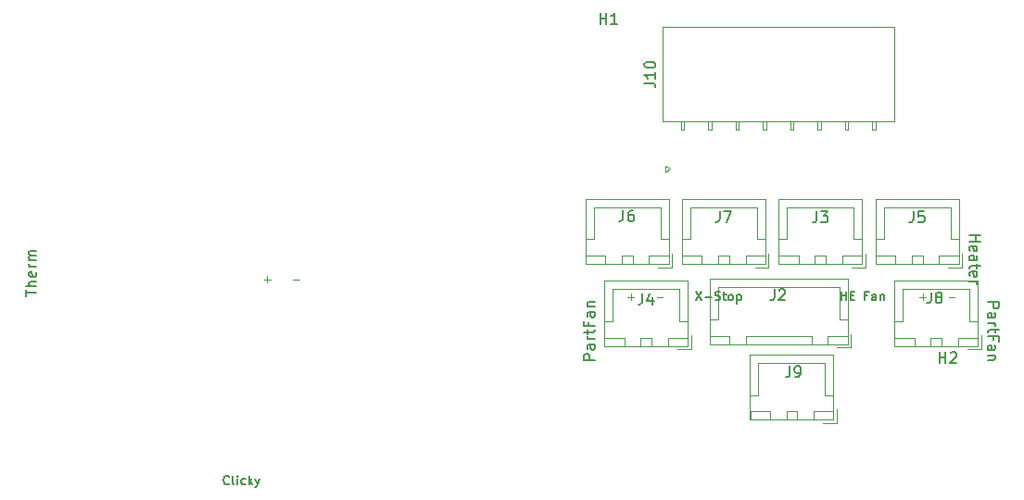
<source format=gto>
G04 #@! TF.GenerationSoftware,KiCad,Pcbnew,(5.1.12)-1*
G04 #@! TF.CreationDate,2021-12-28T23:10:20+01:00*
G04 #@! TF.ProjectId,Toolhead_PCB,546f6f6c-6865-4616-945f-5043422e6b69,rev?*
G04 #@! TF.SameCoordinates,Original*
G04 #@! TF.FileFunction,Legend,Top*
G04 #@! TF.FilePolarity,Positive*
%FSLAX46Y46*%
G04 Gerber Fmt 4.6, Leading zero omitted, Abs format (unit mm)*
G04 Created by KiCad (PCBNEW (5.1.12)-1) date 2021-12-28 23:10:20*
%MOMM*%
%LPD*%
G01*
G04 APERTURE LIST*
%ADD10C,0.150000*%
%ADD11C,0.100000*%
%ADD12C,0.200000*%
%ADD13C,0.120000*%
%ADD14C,1.802000*%
%ADD15C,3.302000*%
%ADD16O,1.802000X2.102000*%
%ADD17O,1.802000X2.052000*%
G04 APERTURE END LIST*
D10*
X99626190Y-114285714D02*
X99588095Y-114323809D01*
X99473809Y-114361904D01*
X99397619Y-114361904D01*
X99283333Y-114323809D01*
X99207142Y-114247619D01*
X99169047Y-114171428D01*
X99130952Y-114019047D01*
X99130952Y-113904761D01*
X99169047Y-113752380D01*
X99207142Y-113676190D01*
X99283333Y-113600000D01*
X99397619Y-113561904D01*
X99473809Y-113561904D01*
X99588095Y-113600000D01*
X99626190Y-113638095D01*
X100083333Y-114361904D02*
X100007142Y-114323809D01*
X99969047Y-114247619D01*
X99969047Y-113561904D01*
X100388095Y-114361904D02*
X100388095Y-113828571D01*
X100388095Y-113561904D02*
X100350000Y-113600000D01*
X100388095Y-113638095D01*
X100426190Y-113600000D01*
X100388095Y-113561904D01*
X100388095Y-113638095D01*
X101111904Y-114323809D02*
X101035714Y-114361904D01*
X100883333Y-114361904D01*
X100807142Y-114323809D01*
X100769047Y-114285714D01*
X100730952Y-114209523D01*
X100730952Y-113980952D01*
X100769047Y-113904761D01*
X100807142Y-113866666D01*
X100883333Y-113828571D01*
X101035714Y-113828571D01*
X101111904Y-113866666D01*
X101454761Y-114361904D02*
X101454761Y-113561904D01*
X101530952Y-114057142D02*
X101759523Y-114361904D01*
X101759523Y-113828571D02*
X101454761Y-114133333D01*
X102026190Y-113828571D02*
X102216666Y-114361904D01*
X102407142Y-113828571D02*
X102216666Y-114361904D01*
X102140476Y-114552380D01*
X102102380Y-114590476D01*
X102026190Y-114628571D01*
D11*
X102837857Y-95608571D02*
X103409285Y-95608571D01*
X103123571Y-95894285D02*
X103123571Y-95322857D01*
X105480714Y-95608571D02*
X106052142Y-95608571D01*
D10*
X167297619Y-91559523D02*
X168297619Y-91559523D01*
X167821428Y-91559523D02*
X167821428Y-92130952D01*
X167297619Y-92130952D02*
X168297619Y-92130952D01*
X167345238Y-92988095D02*
X167297619Y-92892857D01*
X167297619Y-92702380D01*
X167345238Y-92607142D01*
X167440476Y-92559523D01*
X167821428Y-92559523D01*
X167916666Y-92607142D01*
X167964285Y-92702380D01*
X167964285Y-92892857D01*
X167916666Y-92988095D01*
X167821428Y-93035714D01*
X167726190Y-93035714D01*
X167630952Y-92559523D01*
X167297619Y-93892857D02*
X167821428Y-93892857D01*
X167916666Y-93845238D01*
X167964285Y-93750000D01*
X167964285Y-93559523D01*
X167916666Y-93464285D01*
X167345238Y-93892857D02*
X167297619Y-93797619D01*
X167297619Y-93559523D01*
X167345238Y-93464285D01*
X167440476Y-93416666D01*
X167535714Y-93416666D01*
X167630952Y-93464285D01*
X167678571Y-93559523D01*
X167678571Y-93797619D01*
X167726190Y-93892857D01*
X167964285Y-94226190D02*
X167964285Y-94607142D01*
X168297619Y-94369047D02*
X167440476Y-94369047D01*
X167345238Y-94416666D01*
X167297619Y-94511904D01*
X167297619Y-94607142D01*
X167345238Y-95321428D02*
X167297619Y-95226190D01*
X167297619Y-95035714D01*
X167345238Y-94940476D01*
X167440476Y-94892857D01*
X167821428Y-94892857D01*
X167916666Y-94940476D01*
X167964285Y-95035714D01*
X167964285Y-95226190D01*
X167916666Y-95321428D01*
X167821428Y-95369047D01*
X167726190Y-95369047D01*
X167630952Y-94892857D01*
X167297619Y-95797619D02*
X167964285Y-95797619D01*
X167773809Y-95797619D02*
X167869047Y-95845238D01*
X167916666Y-95892857D01*
X167964285Y-95988095D01*
X167964285Y-96083333D01*
D11*
X162727857Y-97228571D02*
X163299285Y-97228571D01*
X163013571Y-97514285D02*
X163013571Y-96942857D01*
X165370714Y-97228571D02*
X165942142Y-97228571D01*
D12*
X168962619Y-97707142D02*
X169962619Y-97707142D01*
X169962619Y-98088095D01*
X169915000Y-98183333D01*
X169867380Y-98230952D01*
X169772142Y-98278571D01*
X169629285Y-98278571D01*
X169534047Y-98230952D01*
X169486428Y-98183333D01*
X169438809Y-98088095D01*
X169438809Y-97707142D01*
X168962619Y-99135714D02*
X169486428Y-99135714D01*
X169581666Y-99088095D01*
X169629285Y-98992857D01*
X169629285Y-98802380D01*
X169581666Y-98707142D01*
X169010238Y-99135714D02*
X168962619Y-99040476D01*
X168962619Y-98802380D01*
X169010238Y-98707142D01*
X169105476Y-98659523D01*
X169200714Y-98659523D01*
X169295952Y-98707142D01*
X169343571Y-98802380D01*
X169343571Y-99040476D01*
X169391190Y-99135714D01*
X168962619Y-99611904D02*
X169629285Y-99611904D01*
X169438809Y-99611904D02*
X169534047Y-99659523D01*
X169581666Y-99707142D01*
X169629285Y-99802380D01*
X169629285Y-99897619D01*
X169629285Y-100088095D02*
X169629285Y-100469047D01*
X169962619Y-100230952D02*
X169105476Y-100230952D01*
X169010238Y-100278571D01*
X168962619Y-100373809D01*
X168962619Y-100469047D01*
X169486428Y-101135714D02*
X169486428Y-100802380D01*
X168962619Y-100802380D02*
X169962619Y-100802380D01*
X169962619Y-101278571D01*
X168962619Y-102088095D02*
X169486428Y-102088095D01*
X169581666Y-102040476D01*
X169629285Y-101945238D01*
X169629285Y-101754761D01*
X169581666Y-101659523D01*
X169010238Y-102088095D02*
X168962619Y-101992857D01*
X168962619Y-101754761D01*
X169010238Y-101659523D01*
X169105476Y-101611904D01*
X169200714Y-101611904D01*
X169295952Y-101659523D01*
X169343571Y-101754761D01*
X169343571Y-101992857D01*
X169391190Y-102088095D01*
X169629285Y-102564285D02*
X168962619Y-102564285D01*
X169534047Y-102564285D02*
X169581666Y-102611904D01*
X169629285Y-102707142D01*
X169629285Y-102850000D01*
X169581666Y-102945238D01*
X169486428Y-102992857D01*
X168962619Y-102992857D01*
D10*
X155559345Y-97536904D02*
X155559345Y-96736904D01*
X155559345Y-97117857D02*
X156016488Y-97117857D01*
X156016488Y-97536904D02*
X156016488Y-96736904D01*
X156397440Y-97117857D02*
X156664107Y-97117857D01*
X156778392Y-97536904D02*
X156397440Y-97536904D01*
X156397440Y-96736904D01*
X156778392Y-96736904D01*
X157997440Y-97117857D02*
X157730773Y-97117857D01*
X157730773Y-97536904D02*
X157730773Y-96736904D01*
X158111726Y-96736904D01*
X158759345Y-97536904D02*
X158759345Y-97117857D01*
X158721250Y-97041666D01*
X158645059Y-97003571D01*
X158492678Y-97003571D01*
X158416488Y-97041666D01*
X158759345Y-97498809D02*
X158683154Y-97536904D01*
X158492678Y-97536904D01*
X158416488Y-97498809D01*
X158378392Y-97422619D01*
X158378392Y-97346428D01*
X158416488Y-97270238D01*
X158492678Y-97232142D01*
X158683154Y-97232142D01*
X158759345Y-97194047D01*
X159140297Y-97003571D02*
X159140297Y-97536904D01*
X159140297Y-97079761D02*
X159178392Y-97041666D01*
X159254583Y-97003571D01*
X159368869Y-97003571D01*
X159445059Y-97041666D01*
X159483154Y-97117857D01*
X159483154Y-97536904D01*
D11*
X136057857Y-97228571D02*
X136629285Y-97228571D01*
X136343571Y-97514285D02*
X136343571Y-96942857D01*
X138700714Y-97228571D02*
X139272142Y-97228571D01*
D12*
X133037380Y-102992857D02*
X132037380Y-102992857D01*
X132037380Y-102611904D01*
X132085000Y-102516666D01*
X132132619Y-102469047D01*
X132227857Y-102421428D01*
X132370714Y-102421428D01*
X132465952Y-102469047D01*
X132513571Y-102516666D01*
X132561190Y-102611904D01*
X132561190Y-102992857D01*
X133037380Y-101564285D02*
X132513571Y-101564285D01*
X132418333Y-101611904D01*
X132370714Y-101707142D01*
X132370714Y-101897619D01*
X132418333Y-101992857D01*
X132989761Y-101564285D02*
X133037380Y-101659523D01*
X133037380Y-101897619D01*
X132989761Y-101992857D01*
X132894523Y-102040476D01*
X132799285Y-102040476D01*
X132704047Y-101992857D01*
X132656428Y-101897619D01*
X132656428Y-101659523D01*
X132608809Y-101564285D01*
X133037380Y-101088095D02*
X132370714Y-101088095D01*
X132561190Y-101088095D02*
X132465952Y-101040476D01*
X132418333Y-100992857D01*
X132370714Y-100897619D01*
X132370714Y-100802380D01*
X132370714Y-100611904D02*
X132370714Y-100230952D01*
X132037380Y-100469047D02*
X132894523Y-100469047D01*
X132989761Y-100421428D01*
X133037380Y-100326190D01*
X133037380Y-100230952D01*
X132513571Y-99564285D02*
X132513571Y-99897619D01*
X133037380Y-99897619D02*
X132037380Y-99897619D01*
X132037380Y-99421428D01*
X133037380Y-98611904D02*
X132513571Y-98611904D01*
X132418333Y-98659523D01*
X132370714Y-98754761D01*
X132370714Y-98945238D01*
X132418333Y-99040476D01*
X132989761Y-98611904D02*
X133037380Y-98707142D01*
X133037380Y-98945238D01*
X132989761Y-99040476D01*
X132894523Y-99088095D01*
X132799285Y-99088095D01*
X132704047Y-99040476D01*
X132656428Y-98945238D01*
X132656428Y-98707142D01*
X132608809Y-98611904D01*
X132370714Y-98135714D02*
X133037380Y-98135714D01*
X132465952Y-98135714D02*
X132418333Y-98088095D01*
X132370714Y-97992857D01*
X132370714Y-97850000D01*
X132418333Y-97754761D01*
X132513571Y-97707142D01*
X133037380Y-97707142D01*
D10*
X142268511Y-96736904D02*
X142801845Y-97536904D01*
X142801845Y-96736904D02*
X142268511Y-97536904D01*
X143106607Y-97232142D02*
X143716130Y-97232142D01*
X144058988Y-97498809D02*
X144173273Y-97536904D01*
X144363750Y-97536904D01*
X144439940Y-97498809D01*
X144478035Y-97460714D01*
X144516130Y-97384523D01*
X144516130Y-97308333D01*
X144478035Y-97232142D01*
X144439940Y-97194047D01*
X144363750Y-97155952D01*
X144211369Y-97117857D01*
X144135178Y-97079761D01*
X144097083Y-97041666D01*
X144058988Y-96965476D01*
X144058988Y-96889285D01*
X144097083Y-96813095D01*
X144135178Y-96775000D01*
X144211369Y-96736904D01*
X144401845Y-96736904D01*
X144516130Y-96775000D01*
X144744702Y-97003571D02*
X145049464Y-97003571D01*
X144858988Y-96736904D02*
X144858988Y-97422619D01*
X144897083Y-97498809D01*
X144973273Y-97536904D01*
X145049464Y-97536904D01*
X145430416Y-97536904D02*
X145354226Y-97498809D01*
X145316130Y-97460714D01*
X145278035Y-97384523D01*
X145278035Y-97155952D01*
X145316130Y-97079761D01*
X145354226Y-97041666D01*
X145430416Y-97003571D01*
X145544702Y-97003571D01*
X145620892Y-97041666D01*
X145658988Y-97079761D01*
X145697083Y-97155952D01*
X145697083Y-97384523D01*
X145658988Y-97460714D01*
X145620892Y-97498809D01*
X145544702Y-97536904D01*
X145430416Y-97536904D01*
X146039940Y-97003571D02*
X146039940Y-97803571D01*
X146039940Y-97041666D02*
X146116130Y-97003571D01*
X146268511Y-97003571D01*
X146344702Y-97041666D01*
X146382797Y-97079761D01*
X146420892Y-97155952D01*
X146420892Y-97384523D01*
X146382797Y-97460714D01*
X146344702Y-97498809D01*
X146268511Y-97536904D01*
X146116130Y-97536904D01*
X146039940Y-97498809D01*
D12*
X81037380Y-97142857D02*
X81037380Y-96571428D01*
X82037380Y-96857142D02*
X81037380Y-96857142D01*
X82037380Y-96238095D02*
X81037380Y-96238095D01*
X82037380Y-95809523D02*
X81513571Y-95809523D01*
X81418333Y-95857142D01*
X81370714Y-95952380D01*
X81370714Y-96095238D01*
X81418333Y-96190476D01*
X81465952Y-96238095D01*
X81989761Y-94952380D02*
X82037380Y-95047619D01*
X82037380Y-95238095D01*
X81989761Y-95333333D01*
X81894523Y-95380952D01*
X81513571Y-95380952D01*
X81418333Y-95333333D01*
X81370714Y-95238095D01*
X81370714Y-95047619D01*
X81418333Y-94952380D01*
X81513571Y-94904761D01*
X81608809Y-94904761D01*
X81704047Y-95380952D01*
X82037380Y-94476190D02*
X81370714Y-94476190D01*
X81561190Y-94476190D02*
X81465952Y-94428571D01*
X81418333Y-94380952D01*
X81370714Y-94285714D01*
X81370714Y-94190476D01*
X82037380Y-93857142D02*
X81370714Y-93857142D01*
X81465952Y-93857142D02*
X81418333Y-93809523D01*
X81370714Y-93714285D01*
X81370714Y-93571428D01*
X81418333Y-93476190D01*
X81513571Y-93428571D01*
X82037380Y-93428571D01*
X81513571Y-93428571D02*
X81418333Y-93380952D01*
X81370714Y-93285714D01*
X81370714Y-93142857D01*
X81418333Y-93047619D01*
X81513571Y-93000000D01*
X82037380Y-93000000D01*
D13*
X139515956Y-85800219D02*
X139940220Y-85500219D01*
X139515956Y-85200219D02*
X139515956Y-85800219D01*
X139940220Y-85500219D02*
X139515956Y-85200219D01*
X158700220Y-81890219D02*
X158700220Y-81190219D01*
X158400220Y-81890219D02*
X158700220Y-81890219D01*
X158400220Y-81190219D02*
X158400220Y-81890219D01*
X158700220Y-81190219D02*
X158400220Y-81190219D01*
X156200220Y-81890219D02*
X156200220Y-81190219D01*
X155900220Y-81890219D02*
X156200220Y-81890219D01*
X155900220Y-81190219D02*
X155900220Y-81890219D01*
X156200220Y-81190219D02*
X155900220Y-81190219D01*
X153700220Y-81890219D02*
X153700220Y-81190219D01*
X153400220Y-81890219D02*
X153700220Y-81890219D01*
X153400220Y-81190219D02*
X153400220Y-81890219D01*
X153700220Y-81190219D02*
X153400220Y-81190219D01*
X151200220Y-81890219D02*
X151200220Y-81190219D01*
X150900220Y-81890219D02*
X151200220Y-81890219D01*
X150900220Y-81190219D02*
X150900220Y-81890219D01*
X151200220Y-81190219D02*
X150900220Y-81190219D01*
X148700220Y-81890219D02*
X148700220Y-81190219D01*
X148400220Y-81890219D02*
X148700220Y-81890219D01*
X148400220Y-81190219D02*
X148400220Y-81890219D01*
X148700220Y-81190219D02*
X148400220Y-81190219D01*
X146200220Y-81890219D02*
X146200220Y-81190219D01*
X145900220Y-81890219D02*
X146200220Y-81890219D01*
X145900220Y-81190219D02*
X145900220Y-81890219D01*
X146200220Y-81190219D02*
X145900220Y-81190219D01*
X143700220Y-81890219D02*
X143700220Y-81190219D01*
X143400220Y-81890219D02*
X143700220Y-81890219D01*
X143400220Y-81190219D02*
X143400220Y-81890219D01*
X143700220Y-81190219D02*
X143400220Y-81190219D01*
X141200220Y-81890219D02*
X141200220Y-81190219D01*
X140900220Y-81890219D02*
X141200220Y-81890219D01*
X140900220Y-81190219D02*
X140900220Y-81890219D01*
X141200220Y-81190219D02*
X140900220Y-81190219D01*
X139220220Y-72510219D02*
X139220220Y-81190219D01*
X160380220Y-72510219D02*
X139220220Y-72510219D01*
X160380220Y-81190219D02*
X160380220Y-72510219D01*
X139220220Y-81190219D02*
X160380220Y-81190219D01*
X166310000Y-94210000D02*
X166310000Y-88240000D01*
X166310000Y-88240000D02*
X158690000Y-88240000D01*
X158690000Y-88240000D02*
X158690000Y-94210000D01*
X158690000Y-94210000D02*
X166310000Y-94210000D01*
X163000000Y-94200000D02*
X163000000Y-93450000D01*
X163000000Y-93450000D02*
X162000000Y-93450000D01*
X162000000Y-93450000D02*
X162000000Y-94200000D01*
X162000000Y-94200000D02*
X163000000Y-94200000D01*
X166300000Y-94200000D02*
X166300000Y-93450000D01*
X166300000Y-93450000D02*
X164500000Y-93450000D01*
X164500000Y-93450000D02*
X164500000Y-94200000D01*
X164500000Y-94200000D02*
X166300000Y-94200000D01*
X160500000Y-94200000D02*
X160500000Y-93450000D01*
X160500000Y-93450000D02*
X158700000Y-93450000D01*
X158700000Y-93450000D02*
X158700000Y-94200000D01*
X158700000Y-94200000D02*
X160500000Y-94200000D01*
X166300000Y-91950000D02*
X165550000Y-91950000D01*
X165550000Y-91950000D02*
X165550000Y-89000000D01*
X165550000Y-89000000D02*
X162500000Y-89000000D01*
X158700000Y-91950000D02*
X159450000Y-91950000D01*
X159450000Y-91950000D02*
X159450000Y-89000000D01*
X159450000Y-89000000D02*
X162500000Y-89000000D01*
X165350000Y-94500000D02*
X166600000Y-94500000D01*
X166600000Y-94500000D02*
X166600000Y-93250000D01*
X157476666Y-94210000D02*
X157476666Y-88240000D01*
X157476666Y-88240000D02*
X149856666Y-88240000D01*
X149856666Y-88240000D02*
X149856666Y-94210000D01*
X149856666Y-94210000D02*
X157476666Y-94210000D01*
X154166666Y-94200000D02*
X154166666Y-93450000D01*
X154166666Y-93450000D02*
X153166666Y-93450000D01*
X153166666Y-93450000D02*
X153166666Y-94200000D01*
X153166666Y-94200000D02*
X154166666Y-94200000D01*
X157466666Y-94200000D02*
X157466666Y-93450000D01*
X157466666Y-93450000D02*
X155666666Y-93450000D01*
X155666666Y-93450000D02*
X155666666Y-94200000D01*
X155666666Y-94200000D02*
X157466666Y-94200000D01*
X151666666Y-94200000D02*
X151666666Y-93450000D01*
X151666666Y-93450000D02*
X149866666Y-93450000D01*
X149866666Y-93450000D02*
X149866666Y-94200000D01*
X149866666Y-94200000D02*
X151666666Y-94200000D01*
X157466666Y-91950000D02*
X156716666Y-91950000D01*
X156716666Y-91950000D02*
X156716666Y-89000000D01*
X156716666Y-89000000D02*
X153666666Y-89000000D01*
X149866666Y-91950000D02*
X150616666Y-91950000D01*
X150616666Y-91950000D02*
X150616666Y-89000000D01*
X150616666Y-89000000D02*
X153666666Y-89000000D01*
X156516666Y-94500000D02*
X157766666Y-94500000D01*
X157766666Y-94500000D02*
X157766666Y-93250000D01*
X168060000Y-101710000D02*
X168060000Y-95740000D01*
X168060000Y-95740000D02*
X160440000Y-95740000D01*
X160440000Y-95740000D02*
X160440000Y-101710000D01*
X160440000Y-101710000D02*
X168060000Y-101710000D01*
X164750000Y-101700000D02*
X164750000Y-100950000D01*
X164750000Y-100950000D02*
X163750000Y-100950000D01*
X163750000Y-100950000D02*
X163750000Y-101700000D01*
X163750000Y-101700000D02*
X164750000Y-101700000D01*
X168050000Y-101700000D02*
X168050000Y-100950000D01*
X168050000Y-100950000D02*
X166250000Y-100950000D01*
X166250000Y-100950000D02*
X166250000Y-101700000D01*
X166250000Y-101700000D02*
X168050000Y-101700000D01*
X162250000Y-101700000D02*
X162250000Y-100950000D01*
X162250000Y-100950000D02*
X160450000Y-100950000D01*
X160450000Y-100950000D02*
X160450000Y-101700000D01*
X160450000Y-101700000D02*
X162250000Y-101700000D01*
X168050000Y-99450000D02*
X167300000Y-99450000D01*
X167300000Y-99450000D02*
X167300000Y-96500000D01*
X167300000Y-96500000D02*
X164250000Y-96500000D01*
X160450000Y-99450000D02*
X161200000Y-99450000D01*
X161200000Y-99450000D02*
X161200000Y-96500000D01*
X161200000Y-96500000D02*
X164250000Y-96500000D01*
X167100000Y-102000000D02*
X168350000Y-102000000D01*
X168350000Y-102000000D02*
X168350000Y-100750000D01*
X156160000Y-101560000D02*
X156160000Y-95590000D01*
X156160000Y-95590000D02*
X143540000Y-95590000D01*
X143540000Y-95590000D02*
X143540000Y-101560000D01*
X143540000Y-101560000D02*
X156160000Y-101560000D01*
X152850000Y-101550000D02*
X152850000Y-100800000D01*
X152850000Y-100800000D02*
X146850000Y-100800000D01*
X146850000Y-100800000D02*
X146850000Y-101550000D01*
X146850000Y-101550000D02*
X152850000Y-101550000D01*
X156150000Y-101550000D02*
X156150000Y-100800000D01*
X156150000Y-100800000D02*
X154350000Y-100800000D01*
X154350000Y-100800000D02*
X154350000Y-101550000D01*
X154350000Y-101550000D02*
X156150000Y-101550000D01*
X145350000Y-101550000D02*
X145350000Y-100800000D01*
X145350000Y-100800000D02*
X143550000Y-100800000D01*
X143550000Y-100800000D02*
X143550000Y-101550000D01*
X143550000Y-101550000D02*
X145350000Y-101550000D01*
X156150000Y-99300000D02*
X155400000Y-99300000D01*
X155400000Y-99300000D02*
X155400000Y-96350000D01*
X155400000Y-96350000D02*
X149850000Y-96350000D01*
X143550000Y-99300000D02*
X144300000Y-99300000D01*
X144300000Y-99300000D02*
X144300000Y-96350000D01*
X144300000Y-96350000D02*
X149850000Y-96350000D01*
X155200000Y-101850000D02*
X156450000Y-101850000D01*
X156450000Y-101850000D02*
X156450000Y-100600000D01*
X154860220Y-108460219D02*
X154860220Y-102490219D01*
X154860220Y-102490219D02*
X147240220Y-102490219D01*
X147240220Y-102490219D02*
X147240220Y-108460219D01*
X147240220Y-108460219D02*
X154860220Y-108460219D01*
X151550220Y-108450219D02*
X151550220Y-107700219D01*
X151550220Y-107700219D02*
X150550220Y-107700219D01*
X150550220Y-107700219D02*
X150550220Y-108450219D01*
X150550220Y-108450219D02*
X151550220Y-108450219D01*
X154850220Y-108450219D02*
X154850220Y-107700219D01*
X154850220Y-107700219D02*
X153050220Y-107700219D01*
X153050220Y-107700219D02*
X153050220Y-108450219D01*
X153050220Y-108450219D02*
X154850220Y-108450219D01*
X149050220Y-108450219D02*
X149050220Y-107700219D01*
X149050220Y-107700219D02*
X147250220Y-107700219D01*
X147250220Y-107700219D02*
X147250220Y-108450219D01*
X147250220Y-108450219D02*
X149050220Y-108450219D01*
X154850220Y-106200219D02*
X154100220Y-106200219D01*
X154100220Y-106200219D02*
X154100220Y-103250219D01*
X154100220Y-103250219D02*
X151050220Y-103250219D01*
X147250220Y-106200219D02*
X148000220Y-106200219D01*
X148000220Y-106200219D02*
X148000220Y-103250219D01*
X148000220Y-103250219D02*
X151050220Y-103250219D01*
X153900220Y-108750219D02*
X155150220Y-108750219D01*
X155150220Y-108750219D02*
X155150220Y-107500219D01*
X139810000Y-94210000D02*
X139810000Y-88240000D01*
X139810000Y-88240000D02*
X132190000Y-88240000D01*
X132190000Y-88240000D02*
X132190000Y-94210000D01*
X132190000Y-94210000D02*
X139810000Y-94210000D01*
X136500000Y-94200000D02*
X136500000Y-93450000D01*
X136500000Y-93450000D02*
X135500000Y-93450000D01*
X135500000Y-93450000D02*
X135500000Y-94200000D01*
X135500000Y-94200000D02*
X136500000Y-94200000D01*
X139800000Y-94200000D02*
X139800000Y-93450000D01*
X139800000Y-93450000D02*
X138000000Y-93450000D01*
X138000000Y-93450000D02*
X138000000Y-94200000D01*
X138000000Y-94200000D02*
X139800000Y-94200000D01*
X134000000Y-94200000D02*
X134000000Y-93450000D01*
X134000000Y-93450000D02*
X132200000Y-93450000D01*
X132200000Y-93450000D02*
X132200000Y-94200000D01*
X132200000Y-94200000D02*
X134000000Y-94200000D01*
X139800000Y-91950000D02*
X139050000Y-91950000D01*
X139050000Y-91950000D02*
X139050000Y-89000000D01*
X139050000Y-89000000D02*
X136000000Y-89000000D01*
X132200000Y-91950000D02*
X132950000Y-91950000D01*
X132950000Y-91950000D02*
X132950000Y-89000000D01*
X132950000Y-89000000D02*
X136000000Y-89000000D01*
X138850000Y-94500000D02*
X140100000Y-94500000D01*
X140100000Y-94500000D02*
X140100000Y-93250000D01*
X141560000Y-101710000D02*
X141560000Y-95740000D01*
X141560000Y-95740000D02*
X133940000Y-95740000D01*
X133940000Y-95740000D02*
X133940000Y-101710000D01*
X133940000Y-101710000D02*
X141560000Y-101710000D01*
X138250000Y-101700000D02*
X138250000Y-100950000D01*
X138250000Y-100950000D02*
X137250000Y-100950000D01*
X137250000Y-100950000D02*
X137250000Y-101700000D01*
X137250000Y-101700000D02*
X138250000Y-101700000D01*
X141550000Y-101700000D02*
X141550000Y-100950000D01*
X141550000Y-100950000D02*
X139750000Y-100950000D01*
X139750000Y-100950000D02*
X139750000Y-101700000D01*
X139750000Y-101700000D02*
X141550000Y-101700000D01*
X135750000Y-101700000D02*
X135750000Y-100950000D01*
X135750000Y-100950000D02*
X133950000Y-100950000D01*
X133950000Y-100950000D02*
X133950000Y-101700000D01*
X133950000Y-101700000D02*
X135750000Y-101700000D01*
X141550000Y-99450000D02*
X140800000Y-99450000D01*
X140800000Y-99450000D02*
X140800000Y-96500000D01*
X140800000Y-96500000D02*
X137750000Y-96500000D01*
X133950000Y-99450000D02*
X134700000Y-99450000D01*
X134700000Y-99450000D02*
X134700000Y-96500000D01*
X134700000Y-96500000D02*
X137750000Y-96500000D01*
X140600000Y-102000000D02*
X141850000Y-102000000D01*
X141850000Y-102000000D02*
X141850000Y-100750000D01*
X148643333Y-94210000D02*
X148643333Y-88240000D01*
X148643333Y-88240000D02*
X141023333Y-88240000D01*
X141023333Y-88240000D02*
X141023333Y-94210000D01*
X141023333Y-94210000D02*
X148643333Y-94210000D01*
X145333333Y-94200000D02*
X145333333Y-93450000D01*
X145333333Y-93450000D02*
X144333333Y-93450000D01*
X144333333Y-93450000D02*
X144333333Y-94200000D01*
X144333333Y-94200000D02*
X145333333Y-94200000D01*
X148633333Y-94200000D02*
X148633333Y-93450000D01*
X148633333Y-93450000D02*
X146833333Y-93450000D01*
X146833333Y-93450000D02*
X146833333Y-94200000D01*
X146833333Y-94200000D02*
X148633333Y-94200000D01*
X142833333Y-94200000D02*
X142833333Y-93450000D01*
X142833333Y-93450000D02*
X141033333Y-93450000D01*
X141033333Y-93450000D02*
X141033333Y-94200000D01*
X141033333Y-94200000D02*
X142833333Y-94200000D01*
X148633333Y-91950000D02*
X147883333Y-91950000D01*
X147883333Y-91950000D02*
X147883333Y-89000000D01*
X147883333Y-89000000D02*
X144833333Y-89000000D01*
X141033333Y-91950000D02*
X141783333Y-91950000D01*
X141783333Y-91950000D02*
X141783333Y-89000000D01*
X141783333Y-89000000D02*
X144833333Y-89000000D01*
X147683333Y-94500000D02*
X148933333Y-94500000D01*
X148933333Y-94500000D02*
X148933333Y-93250000D01*
D10*
X137582600Y-77659742D02*
X138296886Y-77659742D01*
X138439743Y-77707361D01*
X138534981Y-77802599D01*
X138582600Y-77945457D01*
X138582600Y-78040695D01*
X138582600Y-76659742D02*
X138582600Y-77231171D01*
X138582600Y-76945457D02*
X137582600Y-76945457D01*
X137725458Y-77040695D01*
X137820696Y-77135933D01*
X137868315Y-77231171D01*
X137582600Y-76040695D02*
X137582600Y-75945457D01*
X137630220Y-75850219D01*
X137677839Y-75802599D01*
X137773077Y-75754980D01*
X137963553Y-75707361D01*
X138201648Y-75707361D01*
X138392124Y-75754980D01*
X138487362Y-75802599D01*
X138534981Y-75850219D01*
X138582600Y-75945457D01*
X138582600Y-76040695D01*
X138534981Y-76135933D01*
X138487362Y-76183552D01*
X138392124Y-76231171D01*
X138201648Y-76278790D01*
X137963553Y-76278790D01*
X137773077Y-76231171D01*
X137677839Y-76183552D01*
X137630220Y-76135933D01*
X137582600Y-76040695D01*
X164538095Y-103252380D02*
X164538095Y-102252380D01*
X164538095Y-102728571D02*
X165109523Y-102728571D01*
X165109523Y-103252380D02*
X165109523Y-102252380D01*
X165538095Y-102347619D02*
X165585714Y-102300000D01*
X165680952Y-102252380D01*
X165919047Y-102252380D01*
X166014285Y-102300000D01*
X166061904Y-102347619D01*
X166109523Y-102442857D01*
X166109523Y-102538095D01*
X166061904Y-102680952D01*
X165490476Y-103252380D01*
X166109523Y-103252380D01*
X133538095Y-72252380D02*
X133538095Y-71252380D01*
X133538095Y-71728571D02*
X134109523Y-71728571D01*
X134109523Y-72252380D02*
X134109523Y-71252380D01*
X135109523Y-72252380D02*
X134538095Y-72252380D01*
X134823809Y-72252380D02*
X134823809Y-71252380D01*
X134728571Y-71395238D01*
X134633333Y-71490476D01*
X134538095Y-71538095D01*
X162166666Y-89402380D02*
X162166666Y-90116666D01*
X162119047Y-90259523D01*
X162023809Y-90354761D01*
X161880952Y-90402380D01*
X161785714Y-90402380D01*
X163119047Y-89402380D02*
X162642857Y-89402380D01*
X162595238Y-89878571D01*
X162642857Y-89830952D01*
X162738095Y-89783333D01*
X162976190Y-89783333D01*
X163071428Y-89830952D01*
X163119047Y-89878571D01*
X163166666Y-89973809D01*
X163166666Y-90211904D01*
X163119047Y-90307142D01*
X163071428Y-90354761D01*
X162976190Y-90402380D01*
X162738095Y-90402380D01*
X162642857Y-90354761D01*
X162595238Y-90307142D01*
X153333332Y-89402380D02*
X153333332Y-90116666D01*
X153285713Y-90259523D01*
X153190475Y-90354761D01*
X153047618Y-90402380D01*
X152952380Y-90402380D01*
X153714285Y-89402380D02*
X154333332Y-89402380D01*
X153999999Y-89783333D01*
X154142856Y-89783333D01*
X154238094Y-89830952D01*
X154285713Y-89878571D01*
X154333332Y-89973809D01*
X154333332Y-90211904D01*
X154285713Y-90307142D01*
X154238094Y-90354761D01*
X154142856Y-90402380D01*
X153857142Y-90402380D01*
X153761904Y-90354761D01*
X153714285Y-90307142D01*
X163769666Y-96797380D02*
X163769666Y-97511666D01*
X163722047Y-97654523D01*
X163626809Y-97749761D01*
X163483952Y-97797380D01*
X163388714Y-97797380D01*
X164388714Y-97225952D02*
X164293476Y-97178333D01*
X164245857Y-97130714D01*
X164198238Y-97035476D01*
X164198238Y-96987857D01*
X164245857Y-96892619D01*
X164293476Y-96845000D01*
X164388714Y-96797380D01*
X164579190Y-96797380D01*
X164674428Y-96845000D01*
X164722047Y-96892619D01*
X164769666Y-96987857D01*
X164769666Y-97035476D01*
X164722047Y-97130714D01*
X164674428Y-97178333D01*
X164579190Y-97225952D01*
X164388714Y-97225952D01*
X164293476Y-97273571D01*
X164245857Y-97321190D01*
X164198238Y-97416428D01*
X164198238Y-97606904D01*
X164245857Y-97702142D01*
X164293476Y-97749761D01*
X164388714Y-97797380D01*
X164579190Y-97797380D01*
X164674428Y-97749761D01*
X164722047Y-97702142D01*
X164769666Y-97606904D01*
X164769666Y-97416428D01*
X164722047Y-97321190D01*
X164674428Y-97273571D01*
X164579190Y-97225952D01*
X149456666Y-96520380D02*
X149456666Y-97234666D01*
X149409047Y-97377523D01*
X149313809Y-97472761D01*
X149170952Y-97520380D01*
X149075714Y-97520380D01*
X149885238Y-96615619D02*
X149932857Y-96568000D01*
X150028095Y-96520380D01*
X150266190Y-96520380D01*
X150361428Y-96568000D01*
X150409047Y-96615619D01*
X150456666Y-96710857D01*
X150456666Y-96806095D01*
X150409047Y-96948952D01*
X149837619Y-97520380D01*
X150456666Y-97520380D01*
X150867106Y-103552599D02*
X150867106Y-104266885D01*
X150819487Y-104409742D01*
X150724249Y-104504980D01*
X150581392Y-104552599D01*
X150486154Y-104552599D01*
X151390916Y-104552599D02*
X151581392Y-104552599D01*
X151676630Y-104504980D01*
X151724249Y-104457361D01*
X151819487Y-104314504D01*
X151867106Y-104124028D01*
X151867106Y-103743076D01*
X151819487Y-103647838D01*
X151771868Y-103600219D01*
X151676630Y-103552599D01*
X151486154Y-103552599D01*
X151390916Y-103600219D01*
X151343297Y-103647838D01*
X151295678Y-103743076D01*
X151295678Y-103981171D01*
X151343297Y-104076409D01*
X151390916Y-104124028D01*
X151486154Y-104171647D01*
X151676630Y-104171647D01*
X151771868Y-104124028D01*
X151819487Y-104076409D01*
X151867106Y-103981171D01*
X135646666Y-89297380D02*
X135646666Y-90011666D01*
X135599047Y-90154523D01*
X135503809Y-90249761D01*
X135360952Y-90297380D01*
X135265714Y-90297380D01*
X136551428Y-89297380D02*
X136360952Y-89297380D01*
X136265714Y-89345000D01*
X136218095Y-89392619D01*
X136122857Y-89535476D01*
X136075238Y-89725952D01*
X136075238Y-90106904D01*
X136122857Y-90202142D01*
X136170476Y-90249761D01*
X136265714Y-90297380D01*
X136456190Y-90297380D01*
X136551428Y-90249761D01*
X136599047Y-90202142D01*
X136646666Y-90106904D01*
X136646666Y-89868809D01*
X136599047Y-89773571D01*
X136551428Y-89725952D01*
X136456190Y-89678333D01*
X136265714Y-89678333D01*
X136170476Y-89725952D01*
X136122857Y-89773571D01*
X136075238Y-89868809D01*
X137396666Y-96924380D02*
X137396666Y-97638666D01*
X137349047Y-97781523D01*
X137253809Y-97876761D01*
X137110952Y-97924380D01*
X137015714Y-97924380D01*
X138301428Y-97257714D02*
X138301428Y-97924380D01*
X138063333Y-96876761D02*
X137825238Y-97591047D01*
X138444285Y-97591047D01*
X144479999Y-89377380D02*
X144479999Y-90091666D01*
X144432380Y-90234523D01*
X144337142Y-90329761D01*
X144194285Y-90377380D01*
X144099047Y-90377380D01*
X144860952Y-89377380D02*
X145527618Y-89377380D01*
X145099047Y-90377380D01*
%LPC*%
D14*
X158550220Y-75820219D03*
X141050220Y-75820219D03*
X158550220Y-83000219D03*
X156050220Y-83000219D03*
X153550220Y-83000219D03*
X151050220Y-83000219D03*
X148550220Y-83000219D03*
X146050220Y-83000219D03*
X143550220Y-83000219D03*
X141050220Y-83000219D03*
X158550220Y-85500219D03*
X156050220Y-85500219D03*
X153550220Y-85500219D03*
X151050220Y-85500219D03*
X148550220Y-85500219D03*
X146050220Y-85500219D03*
X143550220Y-85500219D03*
G36*
G01*
X141686220Y-86401219D02*
X140414220Y-86401219D01*
G75*
G02*
X140149220Y-86136219I0J265000D01*
G01*
X140149220Y-84864219D01*
G75*
G02*
X140414220Y-84599219I265000J0D01*
G01*
X141686220Y-84599219D01*
G75*
G02*
X141951220Y-84864219I0J-265000D01*
G01*
X141951220Y-86136219D01*
G75*
G02*
X141686220Y-86401219I-265000J0D01*
G01*
G37*
D15*
X165300000Y-107000000D03*
X134300000Y-76000000D03*
D16*
X161250000Y-91750000D03*
G36*
G01*
X164651000Y-90964000D02*
X164651000Y-92536000D01*
G75*
G02*
X164386000Y-92801000I-265000J0D01*
G01*
X163114000Y-92801000D01*
G75*
G02*
X162849000Y-92536000I0J265000D01*
G01*
X162849000Y-90964000D01*
G75*
G02*
X163114000Y-90699000I265000J0D01*
G01*
X164386000Y-90699000D01*
G75*
G02*
X164651000Y-90964000I0J-265000D01*
G01*
G37*
X152416666Y-91750000D03*
G36*
G01*
X155817666Y-90964000D02*
X155817666Y-92536000D01*
G75*
G02*
X155552666Y-92801000I-265000J0D01*
G01*
X154280666Y-92801000D01*
G75*
G02*
X154015666Y-92536000I0J265000D01*
G01*
X154015666Y-90964000D01*
G75*
G02*
X154280666Y-90699000I265000J0D01*
G01*
X155552666Y-90699000D01*
G75*
G02*
X155817666Y-90964000I0J-265000D01*
G01*
G37*
X163000000Y-99250000D03*
G36*
G01*
X166401000Y-98464000D02*
X166401000Y-100036000D01*
G75*
G02*
X166136000Y-100301000I-265000J0D01*
G01*
X164864000Y-100301000D01*
G75*
G02*
X164599000Y-100036000I0J265000D01*
G01*
X164599000Y-98464000D01*
G75*
G02*
X164864000Y-98199000I265000J0D01*
G01*
X166136000Y-98199000D01*
G75*
G02*
X166401000Y-98464000I0J-265000D01*
G01*
G37*
D17*
X146100000Y-99100000D03*
X148600000Y-99100000D03*
X151100000Y-99100000D03*
G36*
G01*
X154501000Y-98339000D02*
X154501000Y-99861000D01*
G75*
G02*
X154236000Y-100126000I-265000J0D01*
G01*
X152964000Y-100126000D01*
G75*
G02*
X152699000Y-99861000I0J265000D01*
G01*
X152699000Y-98339000D01*
G75*
G02*
X152964000Y-98074000I265000J0D01*
G01*
X154236000Y-98074000D01*
G75*
G02*
X154501000Y-98339000I0J-265000D01*
G01*
G37*
D16*
X149800220Y-106000219D03*
G36*
G01*
X153201220Y-105214219D02*
X153201220Y-106786219D01*
G75*
G02*
X152936220Y-107051219I-265000J0D01*
G01*
X151664220Y-107051219D01*
G75*
G02*
X151399220Y-106786219I0J265000D01*
G01*
X151399220Y-105214219D01*
G75*
G02*
X151664220Y-104949219I265000J0D01*
G01*
X152936220Y-104949219D01*
G75*
G02*
X153201220Y-105214219I0J-265000D01*
G01*
G37*
X134750000Y-91750000D03*
G36*
G01*
X138151000Y-90964000D02*
X138151000Y-92536000D01*
G75*
G02*
X137886000Y-92801000I-265000J0D01*
G01*
X136614000Y-92801000D01*
G75*
G02*
X136349000Y-92536000I0J265000D01*
G01*
X136349000Y-90964000D01*
G75*
G02*
X136614000Y-90699000I265000J0D01*
G01*
X137886000Y-90699000D01*
G75*
G02*
X138151000Y-90964000I0J-265000D01*
G01*
G37*
X136500000Y-99250000D03*
G36*
G01*
X139901000Y-98464000D02*
X139901000Y-100036000D01*
G75*
G02*
X139636000Y-100301000I-265000J0D01*
G01*
X138364000Y-100301000D01*
G75*
G02*
X138099000Y-100036000I0J265000D01*
G01*
X138099000Y-98464000D01*
G75*
G02*
X138364000Y-98199000I265000J0D01*
G01*
X139636000Y-98199000D01*
G75*
G02*
X139901000Y-98464000I0J-265000D01*
G01*
G37*
X143583333Y-91750000D03*
G36*
G01*
X146984333Y-90964000D02*
X146984333Y-92536000D01*
G75*
G02*
X146719333Y-92801000I-265000J0D01*
G01*
X145447333Y-92801000D01*
G75*
G02*
X145182333Y-92536000I0J265000D01*
G01*
X145182333Y-90964000D01*
G75*
G02*
X145447333Y-90699000I265000J0D01*
G01*
X146719333Y-90699000D01*
G75*
G02*
X146984333Y-90964000I0J-265000D01*
G01*
G37*
M02*

</source>
